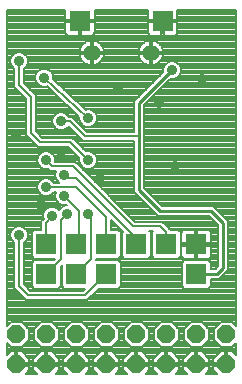
<source format=gbl>
G75*
%MOIN*%
%OFA0B0*%
%FSLAX24Y24*%
%IPPOS*%
%LPD*%
%AMOC8*
5,1,8,0,0,1.08239X$1,22.5*
%
%ADD10R,0.0709X0.0709*%
%ADD11C,0.0554*%
%ADD12OC8,0.0600*%
%ADD13C,0.0080*%
%ADD14C,0.0360*%
%ADD15C,0.0100*%
D10*
X004352Y004550D03*
X004352Y005550D03*
X005352Y005550D03*
X006352Y005550D03*
X006352Y004550D03*
X005352Y004550D03*
X007352Y005550D03*
X008352Y005550D03*
X009352Y005550D03*
X009352Y004550D03*
X008230Y012995D03*
X005474Y012995D03*
D11*
X005868Y011932D03*
X007836Y011932D03*
D12*
X007352Y002550D03*
X008352Y002550D03*
X008352Y001550D03*
X007352Y001550D03*
X006352Y001550D03*
X006352Y002550D03*
X005352Y002550D03*
X005352Y001550D03*
X004352Y001550D03*
X004352Y002550D03*
X003352Y002550D03*
X003352Y001550D03*
X009352Y001550D03*
X010352Y001550D03*
X010352Y002550D03*
X009352Y002550D03*
D13*
X003042Y002266D02*
X003042Y001862D01*
X003170Y001990D01*
X003312Y001990D01*
X003312Y001590D01*
X003392Y001590D01*
X003792Y001590D01*
X003792Y001732D01*
X003534Y001990D01*
X003392Y001990D01*
X003392Y001590D01*
X003392Y001510D01*
X003792Y001510D01*
X003792Y001368D01*
X003664Y001240D01*
X004040Y001240D01*
X003912Y001368D01*
X003912Y001510D01*
X004312Y001510D01*
X004312Y001590D01*
X004312Y001990D01*
X004170Y001990D01*
X003912Y001732D01*
X003912Y001590D01*
X004312Y001590D01*
X004392Y001590D01*
X004792Y001590D01*
X004792Y001732D01*
X004534Y001990D01*
X004392Y001990D01*
X004392Y001590D01*
X004392Y001510D01*
X004792Y001510D01*
X004792Y001368D01*
X004664Y001240D01*
X005040Y001240D01*
X004912Y001368D01*
X004912Y001510D01*
X005312Y001510D01*
X005312Y001590D01*
X005312Y001990D01*
X005170Y001990D01*
X004912Y001732D01*
X004912Y001590D01*
X005312Y001590D01*
X005392Y001590D01*
X005792Y001590D01*
X005792Y001732D01*
X005534Y001990D01*
X005392Y001990D01*
X005392Y001590D01*
X005392Y001510D01*
X005792Y001510D01*
X005792Y001368D01*
X005664Y001240D01*
X006040Y001240D01*
X005912Y001368D01*
X005912Y001510D01*
X006312Y001510D01*
X006312Y001590D01*
X006312Y001990D01*
X006170Y001990D01*
X005912Y001732D01*
X005912Y001590D01*
X006312Y001590D01*
X006392Y001590D01*
X006792Y001590D01*
X006792Y001732D01*
X006534Y001990D01*
X006392Y001990D01*
X006392Y001590D01*
X006392Y001510D01*
X006792Y001510D01*
X006792Y001368D01*
X006664Y001240D01*
X007040Y001240D01*
X006912Y001368D01*
X006912Y001510D01*
X007312Y001510D01*
X007312Y001590D01*
X007312Y001990D01*
X007170Y001990D01*
X006912Y001732D01*
X006912Y001590D01*
X007312Y001590D01*
X007392Y001590D01*
X007792Y001590D01*
X007792Y001732D01*
X007534Y001990D01*
X007392Y001990D01*
X007392Y001590D01*
X007392Y001510D01*
X007792Y001510D01*
X007792Y001368D01*
X007664Y001240D01*
X008040Y001240D01*
X007912Y001368D01*
X007912Y001510D01*
X008312Y001510D01*
X008312Y001590D01*
X008312Y001990D01*
X008170Y001990D01*
X007912Y001732D01*
X007912Y001590D01*
X008312Y001590D01*
X008392Y001590D01*
X008792Y001590D01*
X008792Y001732D01*
X008534Y001990D01*
X008392Y001990D01*
X008392Y001590D01*
X008392Y001510D01*
X008792Y001510D01*
X008792Y001368D01*
X008664Y001240D01*
X009040Y001240D01*
X008912Y001368D01*
X008912Y001510D01*
X009312Y001510D01*
X009312Y001590D01*
X009312Y001990D01*
X009170Y001990D01*
X008912Y001732D01*
X008912Y001590D01*
X009312Y001590D01*
X009392Y001590D01*
X009792Y001590D01*
X009792Y001732D01*
X009534Y001990D01*
X009392Y001990D01*
X009392Y001590D01*
X009392Y001510D01*
X009792Y001510D01*
X009792Y001368D01*
X009664Y001240D01*
X010040Y001240D01*
X009912Y001368D01*
X009912Y001510D01*
X010312Y001510D01*
X010312Y001590D01*
X010312Y001990D01*
X010170Y001990D01*
X009912Y001732D01*
X009912Y001590D01*
X010312Y001590D01*
X010392Y001590D01*
X010392Y001990D01*
X010534Y001990D01*
X010662Y001862D01*
X010662Y002266D01*
X010526Y002130D01*
X010178Y002130D01*
X009932Y002376D01*
X009932Y002724D01*
X010178Y002970D01*
X010526Y002970D01*
X010662Y002834D01*
X010662Y013360D01*
X008724Y013360D01*
X008724Y013035D01*
X008270Y013035D01*
X008270Y012955D01*
X008724Y012955D01*
X008724Y012622D01*
X008715Y012587D01*
X008696Y012555D01*
X008670Y012529D01*
X008638Y012510D01*
X008602Y012501D01*
X008270Y012501D01*
X008270Y012955D01*
X008190Y012955D01*
X008190Y012501D01*
X007857Y012501D01*
X007821Y012510D01*
X007789Y012529D01*
X007763Y012555D01*
X007745Y012587D01*
X007735Y012622D01*
X007735Y012955D01*
X008190Y012955D01*
X008190Y013035D01*
X007735Y013035D01*
X007735Y013360D01*
X005968Y013360D01*
X005968Y013035D01*
X005514Y013035D01*
X005514Y012955D01*
X005968Y012955D01*
X005968Y012622D01*
X005959Y012587D01*
X005940Y012555D01*
X005914Y012529D01*
X005882Y012510D01*
X005847Y012501D01*
X005514Y012501D01*
X005514Y012955D01*
X005434Y012955D01*
X005434Y012501D01*
X005101Y012501D01*
X005065Y012510D01*
X005034Y012529D01*
X005007Y012555D01*
X004989Y012587D01*
X004979Y012622D01*
X004979Y012955D01*
X005434Y012955D01*
X005434Y013035D01*
X004979Y013035D01*
X004979Y013360D01*
X003042Y013360D01*
X003042Y002834D01*
X003178Y002970D01*
X003526Y002970D01*
X003772Y002724D01*
X003772Y002376D01*
X003526Y002130D01*
X003178Y002130D01*
X003042Y002266D01*
X003042Y002228D02*
X003080Y002228D01*
X003042Y002149D02*
X003159Y002149D01*
X003042Y002071D02*
X010662Y002071D01*
X010662Y002149D02*
X010545Y002149D01*
X010623Y002228D02*
X010662Y002228D01*
X010662Y001992D02*
X003042Y001992D01*
X003042Y001914D02*
X003093Y001914D01*
X003312Y001914D02*
X003392Y001914D01*
X003392Y001835D02*
X003312Y001835D01*
X003312Y001757D02*
X003392Y001757D01*
X003392Y001678D02*
X003312Y001678D01*
X003312Y001600D02*
X003392Y001600D01*
X003392Y001521D02*
X004312Y001521D01*
X004312Y001600D02*
X004392Y001600D01*
X004392Y001678D02*
X004312Y001678D01*
X004312Y001757D02*
X004392Y001757D01*
X004392Y001835D02*
X004312Y001835D01*
X004312Y001914D02*
X004392Y001914D01*
X004611Y001914D02*
X005093Y001914D01*
X005015Y001835D02*
X004689Y001835D01*
X004768Y001757D02*
X004936Y001757D01*
X004912Y001678D02*
X004792Y001678D01*
X004792Y001600D02*
X004912Y001600D01*
X004912Y001443D02*
X004792Y001443D01*
X004788Y001364D02*
X004916Y001364D01*
X004994Y001286D02*
X004710Y001286D01*
X004392Y001521D02*
X005312Y001521D01*
X005312Y001600D02*
X005392Y001600D01*
X005392Y001678D02*
X005312Y001678D01*
X005312Y001757D02*
X005392Y001757D01*
X005392Y001835D02*
X005312Y001835D01*
X005312Y001914D02*
X005392Y001914D01*
X005611Y001914D02*
X006093Y001914D01*
X006015Y001835D02*
X005689Y001835D01*
X005768Y001757D02*
X005936Y001757D01*
X005912Y001678D02*
X005792Y001678D01*
X005792Y001600D02*
X005912Y001600D01*
X005912Y001443D02*
X005792Y001443D01*
X005788Y001364D02*
X005916Y001364D01*
X005994Y001286D02*
X005710Y001286D01*
X005392Y001521D02*
X006312Y001521D01*
X006312Y001600D02*
X006392Y001600D01*
X006392Y001678D02*
X006312Y001678D01*
X006312Y001757D02*
X006392Y001757D01*
X006392Y001835D02*
X006312Y001835D01*
X006312Y001914D02*
X006392Y001914D01*
X006611Y001914D02*
X007093Y001914D01*
X007015Y001835D02*
X006689Y001835D01*
X006768Y001757D02*
X006936Y001757D01*
X006912Y001678D02*
X006792Y001678D01*
X006792Y001600D02*
X006912Y001600D01*
X006912Y001443D02*
X006792Y001443D01*
X006788Y001364D02*
X006916Y001364D01*
X006994Y001286D02*
X006710Y001286D01*
X006392Y001521D02*
X007312Y001521D01*
X007312Y001600D02*
X007392Y001600D01*
X007392Y001678D02*
X007312Y001678D01*
X007312Y001757D02*
X007392Y001757D01*
X007392Y001835D02*
X007312Y001835D01*
X007312Y001914D02*
X007392Y001914D01*
X007611Y001914D02*
X008093Y001914D01*
X008015Y001835D02*
X007689Y001835D01*
X007768Y001757D02*
X007936Y001757D01*
X007912Y001678D02*
X007792Y001678D01*
X007792Y001600D02*
X007912Y001600D01*
X007912Y001443D02*
X007792Y001443D01*
X007788Y001364D02*
X007916Y001364D01*
X007994Y001286D02*
X007710Y001286D01*
X007392Y001521D02*
X008312Y001521D01*
X008312Y001600D02*
X008392Y001600D01*
X008392Y001678D02*
X008312Y001678D01*
X008312Y001757D02*
X008392Y001757D01*
X008392Y001835D02*
X008312Y001835D01*
X008312Y001914D02*
X008392Y001914D01*
X008611Y001914D02*
X009093Y001914D01*
X009015Y001835D02*
X008689Y001835D01*
X008768Y001757D02*
X008936Y001757D01*
X008912Y001678D02*
X008792Y001678D01*
X008792Y001600D02*
X008912Y001600D01*
X008912Y001443D02*
X008792Y001443D01*
X008788Y001364D02*
X008916Y001364D01*
X008994Y001286D02*
X008710Y001286D01*
X008392Y001521D02*
X009312Y001521D01*
X009312Y001600D02*
X009392Y001600D01*
X009392Y001678D02*
X009312Y001678D01*
X009312Y001757D02*
X009392Y001757D01*
X009392Y001835D02*
X009312Y001835D01*
X009312Y001914D02*
X009392Y001914D01*
X009611Y001914D02*
X010093Y001914D01*
X010015Y001835D02*
X009689Y001835D01*
X009768Y001757D02*
X009936Y001757D01*
X009912Y001678D02*
X009792Y001678D01*
X009792Y001600D02*
X009912Y001600D01*
X009912Y001443D02*
X009792Y001443D01*
X009788Y001364D02*
X009916Y001364D01*
X009994Y001286D02*
X009710Y001286D01*
X009392Y001521D02*
X010312Y001521D01*
X010312Y001600D02*
X010392Y001600D01*
X010392Y001678D02*
X010312Y001678D01*
X010312Y001757D02*
X010392Y001757D01*
X010392Y001835D02*
X010312Y001835D01*
X010312Y001914D02*
X010392Y001914D01*
X010611Y001914D02*
X010662Y001914D01*
X010159Y002149D02*
X009545Y002149D01*
X009526Y002130D02*
X009772Y002376D01*
X009772Y002724D01*
X009526Y002970D01*
X009178Y002970D01*
X008932Y002724D01*
X008932Y002376D01*
X009178Y002130D01*
X009526Y002130D01*
X009623Y002228D02*
X010080Y002228D01*
X010002Y002306D02*
X009702Y002306D01*
X009772Y002385D02*
X009932Y002385D01*
X009932Y002463D02*
X009772Y002463D01*
X009772Y002542D02*
X009932Y002542D01*
X009932Y002620D02*
X009772Y002620D01*
X009772Y002699D02*
X009932Y002699D01*
X009985Y002777D02*
X009719Y002777D01*
X009640Y002856D02*
X010063Y002856D01*
X010142Y002934D02*
X009562Y002934D01*
X009142Y002934D02*
X008562Y002934D01*
X008526Y002970D02*
X008178Y002970D01*
X007932Y002724D01*
X007932Y002376D01*
X008178Y002130D01*
X008526Y002130D01*
X008772Y002376D01*
X008772Y002724D01*
X008526Y002970D01*
X008640Y002856D02*
X009063Y002856D01*
X008985Y002777D02*
X008719Y002777D01*
X008772Y002699D02*
X008932Y002699D01*
X008932Y002620D02*
X008772Y002620D01*
X008772Y002542D02*
X008932Y002542D01*
X008932Y002463D02*
X008772Y002463D01*
X008772Y002385D02*
X008932Y002385D01*
X009002Y002306D02*
X008702Y002306D01*
X008623Y002228D02*
X009080Y002228D01*
X009159Y002149D02*
X008545Y002149D01*
X008159Y002149D02*
X007545Y002149D01*
X007526Y002130D02*
X007772Y002376D01*
X007772Y002724D01*
X007526Y002970D01*
X007178Y002970D01*
X006932Y002724D01*
X006932Y002376D01*
X007178Y002130D01*
X007526Y002130D01*
X007623Y002228D02*
X008080Y002228D01*
X008002Y002306D02*
X007702Y002306D01*
X007772Y002385D02*
X007932Y002385D01*
X007932Y002463D02*
X007772Y002463D01*
X007772Y002542D02*
X007932Y002542D01*
X007932Y002620D02*
X007772Y002620D01*
X007772Y002699D02*
X007932Y002699D01*
X007985Y002777D02*
X007719Y002777D01*
X007640Y002856D02*
X008063Y002856D01*
X008142Y002934D02*
X007562Y002934D01*
X007142Y002934D02*
X006562Y002934D01*
X006526Y002970D02*
X006178Y002970D01*
X005932Y002724D01*
X005932Y002376D01*
X006178Y002130D01*
X006526Y002130D01*
X006772Y002376D01*
X006772Y002724D01*
X006526Y002970D01*
X006640Y002856D02*
X007063Y002856D01*
X006985Y002777D02*
X006719Y002777D01*
X006772Y002699D02*
X006932Y002699D01*
X006932Y002620D02*
X006772Y002620D01*
X006772Y002542D02*
X006932Y002542D01*
X006932Y002463D02*
X006772Y002463D01*
X006772Y002385D02*
X006932Y002385D01*
X007002Y002306D02*
X006702Y002306D01*
X006623Y002228D02*
X007080Y002228D01*
X007159Y002149D02*
X006545Y002149D01*
X006159Y002149D02*
X005545Y002149D01*
X005526Y002130D02*
X005772Y002376D01*
X005772Y002724D01*
X005526Y002970D01*
X005178Y002970D01*
X004932Y002724D01*
X004932Y002376D01*
X005178Y002130D01*
X005526Y002130D01*
X005623Y002228D02*
X006080Y002228D01*
X006002Y002306D02*
X005702Y002306D01*
X005772Y002385D02*
X005932Y002385D01*
X005932Y002463D02*
X005772Y002463D01*
X005772Y002542D02*
X005932Y002542D01*
X005932Y002620D02*
X005772Y002620D01*
X005772Y002699D02*
X005932Y002699D01*
X005985Y002777D02*
X005719Y002777D01*
X005640Y002856D02*
X006063Y002856D01*
X006142Y002934D02*
X005562Y002934D01*
X005142Y002934D02*
X004562Y002934D01*
X004526Y002970D02*
X004178Y002970D01*
X003932Y002724D01*
X003932Y002376D01*
X004178Y002130D01*
X004526Y002130D01*
X004772Y002376D01*
X004772Y002724D01*
X004526Y002970D01*
X004640Y002856D02*
X005063Y002856D01*
X004985Y002777D02*
X004719Y002777D01*
X004772Y002699D02*
X004932Y002699D01*
X004932Y002620D02*
X004772Y002620D01*
X004772Y002542D02*
X004932Y002542D01*
X004932Y002463D02*
X004772Y002463D01*
X004772Y002385D02*
X004932Y002385D01*
X005002Y002306D02*
X004702Y002306D01*
X004623Y002228D02*
X005080Y002228D01*
X005159Y002149D02*
X004545Y002149D01*
X004159Y002149D02*
X003545Y002149D01*
X003623Y002228D02*
X004080Y002228D01*
X004002Y002306D02*
X003702Y002306D01*
X003772Y002385D02*
X003932Y002385D01*
X003932Y002463D02*
X003772Y002463D01*
X003772Y002542D02*
X003932Y002542D01*
X003932Y002620D02*
X003772Y002620D01*
X003772Y002699D02*
X003932Y002699D01*
X003985Y002777D02*
X003719Y002777D01*
X003640Y002856D02*
X004063Y002856D01*
X004142Y002934D02*
X003562Y002934D01*
X003142Y002934D02*
X003042Y002934D01*
X003042Y002856D02*
X003063Y002856D01*
X003042Y003013D02*
X010662Y003013D01*
X010662Y003091D02*
X003042Y003091D01*
X003042Y003170D02*
X010662Y003170D01*
X010662Y003248D02*
X003042Y003248D01*
X003042Y003327D02*
X010662Y003327D01*
X010662Y003405D02*
X003042Y003405D01*
X003042Y003484D02*
X010662Y003484D01*
X010662Y003562D02*
X003042Y003562D01*
X003042Y003641D02*
X010662Y003641D01*
X010662Y003719D02*
X005747Y003719D01*
X005718Y003690D02*
X006104Y004076D01*
X006756Y004076D01*
X006826Y004146D01*
X006826Y004954D01*
X006756Y005024D01*
X006012Y005024D01*
X006012Y005076D01*
X006756Y005076D01*
X006826Y005146D01*
X006826Y005954D01*
X006756Y006024D01*
X006512Y006024D01*
X006512Y006364D01*
X006899Y005976D01*
X006877Y005954D01*
X006877Y005146D01*
X006948Y005076D01*
X007756Y005076D01*
X007826Y005146D01*
X007826Y005954D01*
X007790Y005990D01*
X007913Y005990D01*
X007877Y005954D01*
X007877Y005146D01*
X007948Y005076D01*
X008756Y005076D01*
X008826Y005146D01*
X008826Y005954D01*
X008756Y006024D01*
X008504Y006024D01*
X008312Y006216D01*
X008218Y006310D01*
X007318Y006310D01*
X005412Y008216D01*
X005318Y008310D01*
X004652Y008310D01*
X004652Y008410D01*
X004606Y008520D01*
X004522Y008604D01*
X004411Y008650D01*
X004292Y008650D01*
X004182Y008604D01*
X004097Y008520D01*
X004052Y008410D01*
X004052Y008290D01*
X004097Y008180D01*
X004182Y008096D01*
X004292Y008050D01*
X004411Y008050D01*
X004421Y008054D01*
X004486Y007990D01*
X004685Y007990D01*
X004652Y007910D01*
X004652Y007790D01*
X004697Y007680D01*
X004768Y007610D01*
X004610Y007610D01*
X004606Y007620D01*
X004522Y007704D01*
X004411Y007750D01*
X004292Y007750D01*
X004182Y007704D01*
X004097Y007620D01*
X004052Y007510D01*
X004052Y007390D01*
X004097Y007280D01*
X004182Y007196D01*
X004292Y007150D01*
X004411Y007150D01*
X004522Y007196D01*
X004606Y007280D01*
X004610Y007290D01*
X004685Y007290D01*
X004652Y007210D01*
X004652Y007090D01*
X004697Y006980D01*
X004782Y006896D01*
X004892Y006850D01*
X005011Y006850D01*
X005021Y006854D01*
X005026Y006850D01*
X004992Y006850D01*
X004882Y006804D01*
X004797Y006720D01*
X004785Y006691D01*
X004712Y006764D01*
X004601Y006810D01*
X004482Y006810D01*
X004372Y006764D01*
X004287Y006680D01*
X004242Y006570D01*
X004242Y006450D01*
X004263Y006399D01*
X004230Y006354D01*
X004192Y006316D01*
X004192Y006302D01*
X004183Y006291D01*
X004192Y006238D01*
X004192Y006024D01*
X003948Y006024D01*
X003877Y005954D01*
X003877Y005146D01*
X003948Y005076D01*
X004651Y005076D01*
X004600Y005024D01*
X003948Y005024D01*
X003877Y004954D01*
X003877Y004146D01*
X003948Y004076D01*
X004756Y004076D01*
X004826Y004146D01*
X004826Y004798D01*
X004877Y004849D01*
X004877Y004146D01*
X004948Y004076D01*
X005651Y004076D01*
X005586Y004010D01*
X003818Y004010D01*
X003612Y004216D01*
X003612Y005592D01*
X003622Y005596D01*
X003706Y005680D01*
X003752Y005790D01*
X003752Y005910D01*
X003706Y006020D01*
X003622Y006104D01*
X003511Y006150D01*
X003392Y006150D01*
X003282Y006104D01*
X003197Y006020D01*
X003152Y005910D01*
X003152Y005790D01*
X003197Y005680D01*
X003282Y005596D01*
X003292Y005592D01*
X003292Y004084D01*
X003592Y003784D01*
X003686Y003690D01*
X005718Y003690D01*
X005826Y003798D02*
X010662Y003798D01*
X010662Y003876D02*
X005904Y003876D01*
X005983Y003955D02*
X010662Y003955D01*
X010662Y004033D02*
X006061Y004033D01*
X005652Y003850D02*
X006352Y004550D01*
X006792Y004112D02*
X008912Y004112D01*
X008877Y004146D02*
X008948Y004076D01*
X009756Y004076D01*
X009826Y004146D01*
X009826Y004380D01*
X010122Y004380D01*
X010322Y004580D01*
X010422Y004680D01*
X010422Y006320D01*
X010022Y006720D01*
X009922Y006820D01*
X008222Y006820D01*
X007622Y007420D01*
X007622Y010180D01*
X008492Y011050D01*
X008611Y011050D01*
X008722Y011096D01*
X008806Y011180D01*
X008852Y011290D01*
X008852Y011410D01*
X008806Y011520D01*
X008722Y011604D01*
X008611Y011650D01*
X008492Y011650D01*
X008382Y011604D01*
X008297Y011520D01*
X008252Y011410D01*
X008252Y011290D01*
X007282Y010320D01*
X007282Y009310D01*
X005718Y009310D01*
X005218Y009810D01*
X005110Y009810D01*
X005106Y009820D01*
X005022Y009904D01*
X004911Y009950D01*
X004792Y009950D01*
X004682Y009904D01*
X004597Y009820D01*
X004552Y009710D01*
X004552Y009590D01*
X004597Y009480D01*
X004682Y009396D01*
X004792Y009350D01*
X004911Y009350D01*
X005022Y009396D01*
X005101Y009475D01*
X005492Y009084D01*
X005586Y008990D01*
X007282Y008990D01*
X007282Y007280D01*
X007381Y007180D01*
X008081Y006480D01*
X009781Y006480D01*
X010082Y006180D01*
X010082Y004820D01*
X009981Y004720D01*
X009826Y004720D01*
X009826Y004954D01*
X009756Y005024D01*
X008948Y005024D01*
X008877Y004954D01*
X008877Y004146D01*
X008877Y004190D02*
X006826Y004190D01*
X006826Y004269D02*
X008877Y004269D01*
X008877Y004347D02*
X006826Y004347D01*
X006826Y004426D02*
X008877Y004426D01*
X008877Y004504D02*
X006826Y004504D01*
X006826Y004583D02*
X008877Y004583D01*
X008877Y004661D02*
X006826Y004661D01*
X006826Y004740D02*
X008877Y004740D01*
X008877Y004818D02*
X006826Y004818D01*
X006826Y004897D02*
X008877Y004897D01*
X008898Y004975D02*
X006805Y004975D01*
X006812Y005132D02*
X006891Y005132D01*
X006877Y005211D02*
X006826Y005211D01*
X006826Y005289D02*
X006877Y005289D01*
X006877Y005368D02*
X006826Y005368D01*
X006826Y005446D02*
X006877Y005446D01*
X006877Y005525D02*
X006826Y005525D01*
X006826Y005603D02*
X006877Y005603D01*
X006877Y005682D02*
X006826Y005682D01*
X006826Y005760D02*
X006877Y005760D01*
X006877Y005839D02*
X006826Y005839D01*
X006826Y005917D02*
X006877Y005917D01*
X006880Y005996D02*
X006785Y005996D01*
X006801Y006074D02*
X006512Y006074D01*
X006512Y006153D02*
X006723Y006153D01*
X006644Y006231D02*
X006512Y006231D01*
X006512Y006310D02*
X006566Y006310D01*
X006352Y006450D02*
X005352Y007450D01*
X004352Y007450D01*
X004467Y007173D02*
X004652Y007173D01*
X004652Y007095D02*
X003042Y007095D01*
X003042Y007173D02*
X004237Y007173D01*
X004126Y007252D02*
X003042Y007252D01*
X003042Y007330D02*
X004077Y007330D01*
X004052Y007409D02*
X003042Y007409D01*
X003042Y007487D02*
X004052Y007487D01*
X004075Y007566D02*
X003042Y007566D01*
X003042Y007644D02*
X004122Y007644D01*
X004226Y007723D02*
X003042Y007723D01*
X003042Y007801D02*
X004652Y007801D01*
X004652Y007880D02*
X003042Y007880D01*
X003042Y007958D02*
X004672Y007958D01*
X004680Y007723D02*
X004478Y007723D01*
X004582Y007644D02*
X004733Y007644D01*
X004952Y007850D02*
X005052Y007750D01*
X005352Y007750D01*
X007252Y005850D01*
X007352Y005850D01*
X007352Y005550D01*
X007826Y005525D02*
X007877Y005525D01*
X007877Y005603D02*
X007826Y005603D01*
X007826Y005682D02*
X007877Y005682D01*
X007877Y005760D02*
X007826Y005760D01*
X007826Y005839D02*
X007877Y005839D01*
X007877Y005917D02*
X007826Y005917D01*
X008152Y006150D02*
X007252Y006150D01*
X005252Y008150D01*
X004552Y008150D01*
X004352Y008350D01*
X004652Y008351D02*
X005452Y008351D01*
X005452Y008410D02*
X005452Y008290D01*
X005497Y008180D01*
X005582Y008096D01*
X005692Y008050D01*
X005811Y008050D01*
X005922Y008096D01*
X006006Y008180D01*
X006052Y008290D01*
X006052Y008410D01*
X006006Y008520D01*
X005922Y008604D01*
X005811Y008650D01*
X005692Y008650D01*
X005682Y008646D01*
X005312Y009016D01*
X005218Y009110D01*
X004218Y009110D01*
X004012Y009316D01*
X004012Y010516D01*
X003612Y010916D01*
X003612Y011392D01*
X003622Y011396D01*
X003706Y011480D01*
X003752Y011590D01*
X003752Y011710D01*
X003706Y011820D01*
X003622Y011904D01*
X003511Y011950D01*
X003392Y011950D01*
X003282Y011904D01*
X003197Y011820D01*
X003152Y011710D01*
X003152Y011590D01*
X003197Y011480D01*
X003282Y011396D01*
X003292Y011392D01*
X003292Y010784D01*
X003042Y010784D01*
X003042Y010706D02*
X003370Y010706D01*
X003386Y010690D02*
X003692Y010384D01*
X003692Y009184D01*
X003786Y009090D01*
X004086Y008790D01*
X005086Y008790D01*
X005456Y008420D01*
X005452Y008410D01*
X005446Y008429D02*
X004644Y008429D01*
X004611Y008508D02*
X005368Y008508D01*
X005289Y008586D02*
X004540Y008586D01*
X004164Y008586D02*
X003042Y008586D01*
X003042Y008508D02*
X004092Y008508D01*
X004060Y008429D02*
X003042Y008429D01*
X003042Y008351D02*
X004052Y008351D01*
X004059Y008272D02*
X003042Y008272D01*
X003042Y008194D02*
X004092Y008194D01*
X004162Y008115D02*
X003042Y008115D01*
X003042Y008037D02*
X004439Y008037D01*
X004054Y008822D02*
X003042Y008822D01*
X003042Y008900D02*
X003975Y008900D01*
X003897Y008979D02*
X003042Y008979D01*
X003042Y009057D02*
X003818Y009057D01*
X003740Y009136D02*
X003042Y009136D01*
X003042Y009214D02*
X003692Y009214D01*
X003692Y009293D02*
X003042Y009293D01*
X003042Y009371D02*
X003692Y009371D01*
X003692Y009450D02*
X003042Y009450D01*
X003042Y009528D02*
X003692Y009528D01*
X003692Y009607D02*
X003042Y009607D01*
X003042Y009685D02*
X003692Y009685D01*
X003692Y009764D02*
X003042Y009764D01*
X003042Y009842D02*
X003692Y009842D01*
X003692Y009921D02*
X003042Y009921D01*
X003042Y009999D02*
X003692Y009999D01*
X003692Y010078D02*
X003042Y010078D01*
X003042Y010156D02*
X003692Y010156D01*
X003692Y010235D02*
X003042Y010235D01*
X003042Y010313D02*
X003692Y010313D01*
X003684Y010392D02*
X003042Y010392D01*
X003042Y010470D02*
X003605Y010470D01*
X003527Y010549D02*
X003042Y010549D01*
X003042Y010627D02*
X003448Y010627D01*
X003386Y010690D02*
X003292Y010784D01*
X003292Y010863D02*
X003042Y010863D01*
X003042Y010941D02*
X003292Y010941D01*
X003292Y011020D02*
X003042Y011020D01*
X003042Y011098D02*
X003292Y011098D01*
X003292Y011177D02*
X003042Y011177D01*
X003042Y011255D02*
X003292Y011255D01*
X003292Y011334D02*
X003042Y011334D01*
X003042Y011412D02*
X003265Y011412D01*
X003193Y011491D02*
X003042Y011491D01*
X003042Y011569D02*
X003161Y011569D01*
X003152Y011648D02*
X003042Y011648D01*
X003042Y011726D02*
X003159Y011726D01*
X003191Y011805D02*
X003042Y011805D01*
X003042Y011883D02*
X003261Y011883D01*
X003452Y011650D02*
X003452Y010850D01*
X003852Y010450D01*
X003852Y009250D01*
X004152Y008950D01*
X005152Y008950D01*
X005752Y008350D01*
X006052Y008351D02*
X007282Y008351D01*
X007282Y008429D02*
X006044Y008429D01*
X006011Y008508D02*
X007282Y008508D01*
X007282Y008586D02*
X005940Y008586D01*
X005664Y008665D02*
X007282Y008665D01*
X007282Y008743D02*
X005585Y008743D01*
X005507Y008822D02*
X007282Y008822D01*
X007282Y008900D02*
X005428Y008900D01*
X005350Y008979D02*
X007282Y008979D01*
X007452Y009150D02*
X005652Y009150D01*
X005152Y009650D01*
X004852Y009650D01*
X004962Y009371D02*
X005204Y009371D01*
X005126Y009450D02*
X005076Y009450D01*
X005283Y009293D02*
X004036Y009293D01*
X004012Y009371D02*
X004741Y009371D01*
X004628Y009450D02*
X004012Y009450D01*
X004012Y009528D02*
X004578Y009528D01*
X004552Y009607D02*
X004012Y009607D01*
X004012Y009685D02*
X004552Y009685D01*
X004574Y009764D02*
X004012Y009764D01*
X004012Y009842D02*
X004620Y009842D01*
X004721Y009921D02*
X004012Y009921D01*
X004012Y009999D02*
X005247Y009999D01*
X005332Y009921D02*
X004983Y009921D01*
X005084Y009842D02*
X005417Y009842D01*
X005452Y009810D02*
X005452Y009690D01*
X005497Y009580D01*
X005582Y009496D01*
X005692Y009450D01*
X005811Y009450D01*
X005922Y009496D01*
X006006Y009580D01*
X006052Y009690D01*
X006052Y009810D01*
X006006Y009920D01*
X005922Y010004D01*
X005811Y010050D01*
X005692Y010050D01*
X005672Y010042D01*
X004582Y011050D01*
X004582Y011170D01*
X004536Y011280D01*
X004452Y011364D01*
X004341Y011410D01*
X004222Y011410D01*
X004112Y011364D01*
X004027Y011280D01*
X003982Y011170D01*
X003982Y011050D01*
X004027Y010940D01*
X004112Y010856D01*
X004222Y010810D01*
X004341Y010810D01*
X004361Y010818D01*
X005452Y009810D01*
X005452Y009764D02*
X005265Y009764D01*
X005343Y009685D02*
X005454Y009685D01*
X005422Y009607D02*
X005486Y009607D01*
X005500Y009528D02*
X005549Y009528D01*
X005579Y009450D02*
X007282Y009450D01*
X007282Y009528D02*
X005954Y009528D01*
X006017Y009607D02*
X007282Y009607D01*
X007282Y009685D02*
X006050Y009685D01*
X006052Y009764D02*
X007282Y009764D01*
X007282Y009842D02*
X006038Y009842D01*
X006006Y009921D02*
X007282Y009921D01*
X007282Y009999D02*
X005927Y009999D01*
X005633Y010078D02*
X007282Y010078D01*
X007282Y010156D02*
X005549Y010156D01*
X005464Y010235D02*
X007282Y010235D01*
X007282Y010313D02*
X005379Y010313D01*
X005294Y010392D02*
X007353Y010392D01*
X007431Y010470D02*
X005209Y010470D01*
X005124Y010549D02*
X007510Y010549D01*
X007588Y010627D02*
X005039Y010627D01*
X004955Y010706D02*
X007667Y010706D01*
X007745Y010784D02*
X004870Y010784D01*
X004785Y010863D02*
X007824Y010863D01*
X007902Y010941D02*
X004700Y010941D01*
X004615Y011020D02*
X007981Y011020D01*
X008059Y011098D02*
X004582Y011098D01*
X004579Y011177D02*
X008138Y011177D01*
X008216Y011255D02*
X004546Y011255D01*
X004483Y011334D02*
X008252Y011334D01*
X008253Y011412D02*
X003638Y011412D01*
X003612Y011334D02*
X004081Y011334D01*
X004017Y011255D02*
X003612Y011255D01*
X003612Y011177D02*
X003985Y011177D01*
X003982Y011098D02*
X003612Y011098D01*
X003612Y011020D02*
X003995Y011020D01*
X004027Y010941D02*
X003612Y010941D01*
X003666Y010863D02*
X004105Y010863D01*
X004282Y011110D02*
X005752Y009750D01*
X005657Y009371D02*
X007282Y009371D01*
X007622Y009371D02*
X010662Y009371D01*
X010662Y009293D02*
X007622Y009293D01*
X007622Y009214D02*
X010662Y009214D01*
X010662Y009136D02*
X007622Y009136D01*
X007622Y009057D02*
X010662Y009057D01*
X010662Y008979D02*
X007622Y008979D01*
X007622Y008900D02*
X010662Y008900D01*
X010662Y008822D02*
X007622Y008822D01*
X007622Y008743D02*
X010662Y008743D01*
X010662Y008665D02*
X007622Y008665D01*
X007622Y008586D02*
X010662Y008586D01*
X010662Y008508D02*
X007622Y008508D01*
X007622Y008429D02*
X010662Y008429D01*
X010662Y008351D02*
X007622Y008351D01*
X007622Y008272D02*
X010662Y008272D01*
X010662Y008194D02*
X007622Y008194D01*
X007622Y008115D02*
X010662Y008115D01*
X010662Y008037D02*
X007622Y008037D01*
X007622Y007958D02*
X010662Y007958D01*
X010662Y007880D02*
X007622Y007880D01*
X007622Y007801D02*
X010662Y007801D01*
X010662Y007723D02*
X007622Y007723D01*
X007622Y007644D02*
X010662Y007644D01*
X010662Y007566D02*
X007622Y007566D01*
X007622Y007487D02*
X010662Y007487D01*
X010662Y007409D02*
X007634Y007409D01*
X007712Y007330D02*
X010662Y007330D01*
X010662Y007252D02*
X007791Y007252D01*
X007869Y007173D02*
X010662Y007173D01*
X010662Y007095D02*
X007948Y007095D01*
X008026Y007016D02*
X010662Y007016D01*
X010662Y006938D02*
X008105Y006938D01*
X008183Y006859D02*
X010662Y006859D01*
X010662Y006781D02*
X009962Y006781D01*
X010040Y006702D02*
X010662Y006702D01*
X010662Y006624D02*
X010119Y006624D01*
X010197Y006545D02*
X010662Y006545D01*
X010662Y006467D02*
X010276Y006467D01*
X010354Y006388D02*
X010662Y006388D01*
X010662Y006310D02*
X010422Y006310D01*
X010422Y006231D02*
X010662Y006231D01*
X010662Y006153D02*
X010422Y006153D01*
X010422Y006074D02*
X010662Y006074D01*
X010662Y005996D02*
X010422Y005996D01*
X010422Y005917D02*
X010662Y005917D01*
X010662Y005839D02*
X010422Y005839D01*
X010422Y005760D02*
X010662Y005760D01*
X010662Y005682D02*
X010422Y005682D01*
X010422Y005603D02*
X010662Y005603D01*
X010662Y005525D02*
X010422Y005525D01*
X010422Y005446D02*
X010662Y005446D01*
X010662Y005368D02*
X010422Y005368D01*
X010422Y005289D02*
X010662Y005289D01*
X010662Y005211D02*
X010422Y005211D01*
X010422Y005132D02*
X010662Y005132D01*
X010662Y005054D02*
X010422Y005054D01*
X010422Y004975D02*
X010662Y004975D01*
X010662Y004897D02*
X010422Y004897D01*
X010422Y004818D02*
X010662Y004818D01*
X010662Y004740D02*
X010422Y004740D01*
X010403Y004661D02*
X010662Y004661D01*
X010662Y004583D02*
X010325Y004583D01*
X010246Y004504D02*
X010662Y004504D01*
X010662Y004426D02*
X010168Y004426D01*
X010001Y004740D02*
X009826Y004740D01*
X009826Y004818D02*
X010079Y004818D01*
X010082Y004897D02*
X009826Y004897D01*
X009805Y004975D02*
X010082Y004975D01*
X010082Y005054D02*
X006012Y005054D01*
X005852Y005050D02*
X005852Y006450D01*
X005752Y006550D01*
X005452Y006650D02*
X005452Y005650D01*
X005352Y005550D01*
X005852Y005050D02*
X005352Y004550D01*
X004877Y004583D02*
X004826Y004583D01*
X004826Y004661D02*
X004877Y004661D01*
X004877Y004740D02*
X004826Y004740D01*
X004846Y004818D02*
X004877Y004818D01*
X004852Y005050D02*
X004852Y006350D01*
X005052Y006550D01*
X004858Y006781D02*
X004673Y006781D01*
X004774Y006702D02*
X004790Y006702D01*
X004870Y006859D02*
X003042Y006859D01*
X003042Y006781D02*
X004411Y006781D01*
X004310Y006702D02*
X003042Y006702D01*
X003042Y006624D02*
X004264Y006624D01*
X004242Y006545D02*
X003042Y006545D01*
X003042Y006467D02*
X004242Y006467D01*
X004254Y006388D02*
X003042Y006388D01*
X003042Y006310D02*
X004192Y006310D01*
X004192Y006231D02*
X003042Y006231D01*
X003042Y006153D02*
X004192Y006153D01*
X004192Y006074D02*
X003652Y006074D01*
X003716Y005996D02*
X003919Y005996D01*
X003877Y005917D02*
X003749Y005917D01*
X003752Y005839D02*
X003877Y005839D01*
X003877Y005760D02*
X003739Y005760D01*
X003707Y005682D02*
X003877Y005682D01*
X003877Y005603D02*
X003629Y005603D01*
X003612Y005525D02*
X003877Y005525D01*
X003877Y005446D02*
X003612Y005446D01*
X003612Y005368D02*
X003877Y005368D01*
X003877Y005289D02*
X003612Y005289D01*
X003612Y005211D02*
X003877Y005211D01*
X003891Y005132D02*
X003612Y005132D01*
X003612Y005054D02*
X004629Y005054D01*
X004852Y005050D02*
X004352Y004550D01*
X003877Y004583D02*
X003612Y004583D01*
X003612Y004661D02*
X003877Y004661D01*
X003877Y004740D02*
X003612Y004740D01*
X003612Y004818D02*
X003877Y004818D01*
X003877Y004897D02*
X003612Y004897D01*
X003612Y004975D02*
X003898Y004975D01*
X003877Y004504D02*
X003612Y004504D01*
X003612Y004426D02*
X003877Y004426D01*
X003877Y004347D02*
X003612Y004347D01*
X003612Y004269D02*
X003877Y004269D01*
X003877Y004190D02*
X003638Y004190D01*
X003717Y004112D02*
X003912Y004112D01*
X003795Y004033D02*
X005609Y004033D01*
X005652Y003850D02*
X003752Y003850D01*
X003452Y004150D01*
X003452Y005850D01*
X003152Y005839D02*
X003042Y005839D01*
X003042Y005917D02*
X003155Y005917D01*
X003187Y005996D02*
X003042Y005996D01*
X003042Y006074D02*
X003252Y006074D01*
X003164Y005760D02*
X003042Y005760D01*
X003042Y005682D02*
X003197Y005682D01*
X003275Y005603D02*
X003042Y005603D01*
X003042Y005525D02*
X003292Y005525D01*
X003292Y005446D02*
X003042Y005446D01*
X003042Y005368D02*
X003292Y005368D01*
X003292Y005289D02*
X003042Y005289D01*
X003042Y005211D02*
X003292Y005211D01*
X003292Y005132D02*
X003042Y005132D01*
X003042Y005054D02*
X003292Y005054D01*
X003292Y004975D02*
X003042Y004975D01*
X003042Y004897D02*
X003292Y004897D01*
X003292Y004818D02*
X003042Y004818D01*
X003042Y004740D02*
X003292Y004740D01*
X003292Y004661D02*
X003042Y004661D01*
X003042Y004583D02*
X003292Y004583D01*
X003292Y004504D02*
X003042Y004504D01*
X003042Y004426D02*
X003292Y004426D01*
X003292Y004347D02*
X003042Y004347D01*
X003042Y004269D02*
X003292Y004269D01*
X003292Y004190D02*
X003042Y004190D01*
X003042Y004112D02*
X003292Y004112D01*
X003342Y004033D02*
X003042Y004033D01*
X003042Y003955D02*
X003421Y003955D01*
X003499Y003876D02*
X003042Y003876D01*
X003042Y003798D02*
X003578Y003798D01*
X003656Y003719D02*
X003042Y003719D01*
X004792Y004112D02*
X004912Y004112D01*
X004877Y004190D02*
X004826Y004190D01*
X004826Y004269D02*
X004877Y004269D01*
X004877Y004347D02*
X004826Y004347D01*
X004826Y004426D02*
X004877Y004426D01*
X004877Y004504D02*
X004826Y004504D01*
X004352Y005550D02*
X004352Y006250D01*
X004542Y006510D01*
X004740Y006938D02*
X003042Y006938D01*
X003042Y007016D02*
X004683Y007016D01*
X004669Y007252D02*
X004578Y007252D01*
X004952Y007150D02*
X005452Y006650D01*
X006220Y007409D02*
X007282Y007409D01*
X007282Y007487D02*
X006141Y007487D01*
X006063Y007566D02*
X007282Y007566D01*
X007282Y007644D02*
X005984Y007644D01*
X005906Y007723D02*
X007282Y007723D01*
X007282Y007801D02*
X005827Y007801D01*
X005749Y007880D02*
X007282Y007880D01*
X007282Y007958D02*
X005670Y007958D01*
X005592Y008037D02*
X007282Y008037D01*
X007282Y008115D02*
X005941Y008115D01*
X006012Y008194D02*
X007282Y008194D01*
X007282Y008272D02*
X006044Y008272D01*
X005562Y008115D02*
X005513Y008115D01*
X005492Y008194D02*
X005435Y008194D01*
X005459Y008272D02*
X005356Y008272D01*
X005211Y008665D02*
X003042Y008665D01*
X003042Y008743D02*
X005132Y008743D01*
X005312Y009016D02*
X005312Y009016D01*
X005271Y009057D02*
X005518Y009057D01*
X005440Y009136D02*
X004193Y009136D01*
X004114Y009214D02*
X005361Y009214D01*
X005162Y010078D02*
X004012Y010078D01*
X004012Y010156D02*
X005077Y010156D01*
X004992Y010235D02*
X004012Y010235D01*
X004012Y010313D02*
X004908Y010313D01*
X004823Y010392D02*
X004012Y010392D01*
X004012Y010470D02*
X004738Y010470D01*
X004653Y010549D02*
X003980Y010549D01*
X003901Y010627D02*
X004568Y010627D01*
X004483Y010706D02*
X003823Y010706D01*
X003744Y010784D02*
X004399Y010784D01*
X003710Y011491D02*
X008285Y011491D01*
X008347Y011569D02*
X008043Y011569D01*
X008055Y011575D02*
X008108Y011614D01*
X008154Y011660D01*
X008193Y011713D01*
X008223Y011772D01*
X008243Y011834D01*
X008252Y011892D01*
X007876Y011892D01*
X007876Y011972D01*
X007796Y011972D01*
X007796Y012348D01*
X007738Y012339D01*
X007676Y012318D01*
X007617Y012289D01*
X007564Y012250D01*
X007518Y012204D01*
X007479Y012151D01*
X007449Y012092D01*
X007429Y012030D01*
X007420Y011972D01*
X007796Y011972D01*
X007796Y011892D01*
X007420Y011892D01*
X007429Y011834D01*
X007449Y011772D01*
X007479Y011713D01*
X007518Y011660D01*
X007564Y011614D01*
X007617Y011575D01*
X007676Y011545D01*
X007738Y011525D01*
X007796Y011516D01*
X007796Y011892D01*
X007876Y011892D01*
X007876Y011516D01*
X007934Y011525D01*
X007996Y011545D01*
X008055Y011575D01*
X008142Y011648D02*
X008486Y011648D01*
X008617Y011648D02*
X010662Y011648D01*
X010662Y011726D02*
X008199Y011726D01*
X008233Y011805D02*
X010662Y011805D01*
X010662Y011883D02*
X008251Y011883D01*
X008252Y011972D02*
X008243Y012030D01*
X008223Y012092D01*
X008193Y012151D01*
X008154Y012204D01*
X008108Y012250D01*
X008055Y012289D01*
X007996Y012318D01*
X007934Y012339D01*
X007876Y012348D01*
X007876Y011972D01*
X008252Y011972D01*
X008240Y012040D02*
X010662Y012040D01*
X010662Y011962D02*
X007876Y011962D01*
X007876Y012040D02*
X007796Y012040D01*
X007796Y011962D02*
X005908Y011962D01*
X005908Y011972D02*
X006284Y011972D01*
X006274Y012030D01*
X006254Y012092D01*
X006224Y012151D01*
X006186Y012204D01*
X006139Y012250D01*
X006086Y012289D01*
X006028Y012318D01*
X005965Y012339D01*
X005908Y012348D01*
X005908Y011972D01*
X005908Y011892D01*
X006284Y011892D01*
X006274Y011834D01*
X006254Y011772D01*
X006224Y011713D01*
X006186Y011660D01*
X006139Y011614D01*
X006086Y011575D01*
X006028Y011545D01*
X005965Y011525D01*
X005908Y011516D01*
X005908Y011892D01*
X005828Y011892D01*
X005828Y011516D01*
X005770Y011525D01*
X005707Y011545D01*
X005649Y011575D01*
X005596Y011614D01*
X005549Y011660D01*
X005511Y011713D01*
X005481Y011772D01*
X005461Y011834D01*
X005451Y011892D01*
X005828Y011892D01*
X005828Y011972D01*
X005828Y012348D01*
X005770Y012339D01*
X005707Y012318D01*
X005649Y012289D01*
X005596Y012250D01*
X005549Y012204D01*
X005511Y012151D01*
X005481Y012092D01*
X005461Y012030D01*
X005451Y011972D01*
X005828Y011972D01*
X005908Y011972D01*
X005908Y012040D02*
X005828Y012040D01*
X005828Y011962D02*
X003042Y011962D01*
X003042Y012040D02*
X005464Y012040D01*
X005494Y012119D02*
X003042Y012119D01*
X003042Y012197D02*
X005545Y012197D01*
X005631Y012276D02*
X003042Y012276D01*
X003042Y012354D02*
X010662Y012354D01*
X010662Y012276D02*
X008073Y012276D01*
X008159Y012197D02*
X010662Y012197D01*
X010662Y012119D02*
X008209Y012119D01*
X007876Y012119D02*
X007796Y012119D01*
X007796Y012197D02*
X007876Y012197D01*
X007876Y012276D02*
X007796Y012276D01*
X007599Y012276D02*
X006104Y012276D01*
X006191Y012197D02*
X007513Y012197D01*
X007463Y012119D02*
X006241Y012119D01*
X006271Y012040D02*
X007433Y012040D01*
X007421Y011883D02*
X006282Y011883D01*
X006265Y011805D02*
X007439Y011805D01*
X007473Y011726D02*
X006231Y011726D01*
X006173Y011648D02*
X007530Y011648D01*
X007629Y011569D02*
X006074Y011569D01*
X005908Y011569D02*
X005828Y011569D01*
X005828Y011648D02*
X005908Y011648D01*
X005908Y011726D02*
X005828Y011726D01*
X005828Y011805D02*
X005908Y011805D01*
X005908Y011883D02*
X005828Y011883D01*
X005828Y012119D02*
X005908Y012119D01*
X005908Y012197D02*
X005828Y012197D01*
X005828Y012276D02*
X005908Y012276D01*
X005884Y012511D02*
X007820Y012511D01*
X007744Y012590D02*
X005959Y012590D01*
X005968Y012668D02*
X007735Y012668D01*
X007735Y012747D02*
X005968Y012747D01*
X005968Y012825D02*
X007735Y012825D01*
X007735Y012904D02*
X005968Y012904D01*
X005968Y013061D02*
X007735Y013061D01*
X007735Y013139D02*
X005968Y013139D01*
X005968Y013218D02*
X007735Y013218D01*
X007735Y013296D02*
X005968Y013296D01*
X005514Y012982D02*
X008190Y012982D01*
X008190Y012904D02*
X008270Y012904D01*
X008270Y012982D02*
X010662Y012982D01*
X010662Y012904D02*
X008724Y012904D01*
X008724Y012825D02*
X010662Y012825D01*
X010662Y012747D02*
X008724Y012747D01*
X008724Y012668D02*
X010662Y012668D01*
X010662Y012590D02*
X008715Y012590D01*
X008640Y012511D02*
X010662Y012511D01*
X010662Y012433D02*
X003042Y012433D01*
X003042Y012511D02*
X005064Y012511D01*
X004988Y012590D02*
X003042Y012590D01*
X003042Y012668D02*
X004979Y012668D01*
X004979Y012747D02*
X003042Y012747D01*
X003042Y012825D02*
X004979Y012825D01*
X004979Y012904D02*
X003042Y012904D01*
X003042Y012982D02*
X005434Y012982D01*
X005434Y012904D02*
X005514Y012904D01*
X005514Y012825D02*
X005434Y012825D01*
X005434Y012747D02*
X005514Y012747D01*
X005514Y012668D02*
X005434Y012668D01*
X005434Y012590D02*
X005514Y012590D01*
X005514Y012511D02*
X005434Y012511D01*
X004979Y013061D02*
X003042Y013061D01*
X003042Y013139D02*
X004979Y013139D01*
X004979Y013218D02*
X003042Y013218D01*
X003042Y013296D02*
X004979Y013296D01*
X005453Y011883D02*
X003643Y011883D01*
X003712Y011805D02*
X005470Y011805D01*
X005504Y011726D02*
X003745Y011726D01*
X003752Y011648D02*
X005562Y011648D01*
X005661Y011569D02*
X003743Y011569D01*
X007622Y010156D02*
X010662Y010156D01*
X010662Y010078D02*
X007622Y010078D01*
X007622Y009999D02*
X010662Y009999D01*
X010662Y009921D02*
X007622Y009921D01*
X007622Y009842D02*
X010662Y009842D01*
X010662Y009764D02*
X007622Y009764D01*
X007622Y009685D02*
X010662Y009685D01*
X010662Y009607D02*
X007622Y009607D01*
X007622Y009528D02*
X010662Y009528D01*
X010662Y009450D02*
X007622Y009450D01*
X007677Y010235D02*
X010662Y010235D01*
X010662Y010313D02*
X007755Y010313D01*
X007834Y010392D02*
X010662Y010392D01*
X010662Y010470D02*
X007912Y010470D01*
X007991Y010549D02*
X010662Y010549D01*
X010662Y010627D02*
X008069Y010627D01*
X008148Y010706D02*
X010662Y010706D01*
X010662Y010784D02*
X008226Y010784D01*
X008305Y010863D02*
X010662Y010863D01*
X010662Y010941D02*
X008383Y010941D01*
X008462Y011020D02*
X010662Y011020D01*
X010662Y011098D02*
X008724Y011098D01*
X008803Y011177D02*
X010662Y011177D01*
X010662Y011255D02*
X008837Y011255D01*
X008852Y011334D02*
X010662Y011334D01*
X010662Y011412D02*
X008851Y011412D01*
X008818Y011491D02*
X010662Y011491D01*
X010662Y011569D02*
X008757Y011569D01*
X007876Y011569D02*
X007796Y011569D01*
X007796Y011648D02*
X007876Y011648D01*
X007876Y011726D02*
X007796Y011726D01*
X007796Y011805D02*
X007876Y011805D01*
X007876Y011883D02*
X007796Y011883D01*
X008190Y012511D02*
X008270Y012511D01*
X008270Y012590D02*
X008190Y012590D01*
X008190Y012668D02*
X008270Y012668D01*
X008270Y012747D02*
X008190Y012747D01*
X008190Y012825D02*
X008270Y012825D01*
X008724Y013061D02*
X010662Y013061D01*
X010662Y013139D02*
X008724Y013139D01*
X008724Y013218D02*
X010662Y013218D01*
X010662Y013296D02*
X008724Y013296D01*
X007282Y007330D02*
X006298Y007330D01*
X006377Y007252D02*
X007310Y007252D01*
X007388Y007173D02*
X006455Y007173D01*
X006534Y007095D02*
X007467Y007095D01*
X007545Y007016D02*
X006612Y007016D01*
X006691Y006938D02*
X007624Y006938D01*
X007702Y006859D02*
X006769Y006859D01*
X006848Y006781D02*
X007781Y006781D01*
X007859Y006702D02*
X006926Y006702D01*
X007005Y006624D02*
X007938Y006624D01*
X008016Y006545D02*
X007083Y006545D01*
X007162Y006467D02*
X009795Y006467D01*
X009873Y006388D02*
X007240Y006388D01*
X006352Y006450D02*
X006352Y005550D01*
X007826Y005446D02*
X007877Y005446D01*
X007877Y005368D02*
X007826Y005368D01*
X007826Y005289D02*
X007877Y005289D01*
X007877Y005211D02*
X007826Y005211D01*
X007812Y005132D02*
X007891Y005132D01*
X008352Y005550D02*
X008352Y005950D01*
X008152Y006150D01*
X008297Y006231D02*
X010030Y006231D01*
X010082Y006153D02*
X008376Y006153D01*
X008454Y006074D02*
X010082Y006074D01*
X010082Y005996D02*
X009813Y005996D01*
X009818Y005990D02*
X009792Y006016D01*
X009760Y006035D01*
X009725Y006044D01*
X009392Y006044D01*
X009392Y005590D01*
X009846Y005590D01*
X009846Y005923D01*
X009837Y005958D01*
X009818Y005990D01*
X009846Y005917D02*
X010082Y005917D01*
X010082Y005839D02*
X009846Y005839D01*
X009846Y005760D02*
X010082Y005760D01*
X010082Y005682D02*
X009846Y005682D01*
X009846Y005603D02*
X010082Y005603D01*
X010082Y005525D02*
X009392Y005525D01*
X009392Y005510D02*
X009392Y005590D01*
X009312Y005590D01*
X009312Y006044D01*
X008979Y006044D01*
X008943Y006035D01*
X008911Y006016D01*
X008885Y005990D01*
X008867Y005958D01*
X008857Y005923D01*
X008857Y005590D01*
X009312Y005590D01*
X009312Y005510D01*
X009392Y005510D01*
X009846Y005510D01*
X009846Y005177D01*
X009837Y005142D01*
X009818Y005110D01*
X009792Y005084D01*
X009760Y005065D01*
X009725Y005056D01*
X009392Y005056D01*
X009392Y005510D01*
X009392Y005446D02*
X009312Y005446D01*
X009312Y005510D02*
X009312Y005056D01*
X008979Y005056D01*
X008943Y005065D01*
X008911Y005084D01*
X008885Y005110D01*
X008867Y005142D01*
X008857Y005177D01*
X008857Y005510D01*
X009312Y005510D01*
X009312Y005525D02*
X008826Y005525D01*
X008826Y005603D02*
X008857Y005603D01*
X008857Y005682D02*
X008826Y005682D01*
X008826Y005760D02*
X008857Y005760D01*
X008857Y005839D02*
X008826Y005839D01*
X008826Y005917D02*
X008857Y005917D01*
X008891Y005996D02*
X008785Y005996D01*
X009312Y005996D02*
X009392Y005996D01*
X009392Y005917D02*
X009312Y005917D01*
X009312Y005839D02*
X009392Y005839D01*
X009392Y005760D02*
X009312Y005760D01*
X009312Y005682D02*
X009392Y005682D01*
X009392Y005603D02*
X009312Y005603D01*
X009312Y005368D02*
X009392Y005368D01*
X009392Y005289D02*
X009312Y005289D01*
X009312Y005211D02*
X009392Y005211D01*
X009392Y005132D02*
X009312Y005132D01*
X008873Y005132D02*
X008812Y005132D01*
X008826Y005211D02*
X008857Y005211D01*
X008857Y005289D02*
X008826Y005289D01*
X008826Y005368D02*
X008857Y005368D01*
X008857Y005446D02*
X008826Y005446D01*
X008219Y006310D02*
X009952Y006310D01*
X009846Y005446D02*
X010082Y005446D01*
X010082Y005368D02*
X009846Y005368D01*
X009846Y005289D02*
X010082Y005289D01*
X010082Y005211D02*
X009846Y005211D01*
X009831Y005132D02*
X010082Y005132D01*
X009826Y004347D02*
X010662Y004347D01*
X010662Y004269D02*
X009826Y004269D01*
X009826Y004190D02*
X010662Y004190D01*
X010662Y004112D02*
X009792Y004112D01*
X010562Y002934D02*
X010662Y002934D01*
X010662Y002856D02*
X010640Y002856D01*
X004093Y001914D02*
X003611Y001914D01*
X003689Y001835D02*
X004015Y001835D01*
X003936Y001757D02*
X003768Y001757D01*
X003792Y001678D02*
X003912Y001678D01*
X003912Y001600D02*
X003792Y001600D01*
X003792Y001443D02*
X003912Y001443D01*
X003916Y001364D02*
X003788Y001364D01*
X003710Y001286D02*
X003994Y001286D01*
D14*
X003252Y003850D03*
X003452Y005850D03*
X004172Y006850D03*
X004542Y006510D03*
X005052Y006550D03*
X004952Y007150D03*
X004352Y007450D03*
X004952Y007850D03*
X004852Y008450D03*
X004352Y008350D03*
X003352Y009150D03*
X004852Y009650D03*
X005752Y009750D03*
X006752Y010750D03*
X008122Y010250D03*
X008552Y011350D03*
X009552Y011050D03*
X008652Y008150D03*
X006152Y007750D03*
X005752Y008350D03*
X005752Y006550D03*
X004282Y011110D03*
X003452Y011650D03*
D15*
X007452Y010250D02*
X007452Y009150D01*
X007452Y007350D01*
X008152Y006650D01*
X009852Y006650D01*
X010252Y006250D01*
X010252Y004750D01*
X010052Y004550D01*
X009352Y004550D01*
X007452Y010250D02*
X008552Y011350D01*
M02*

</source>
